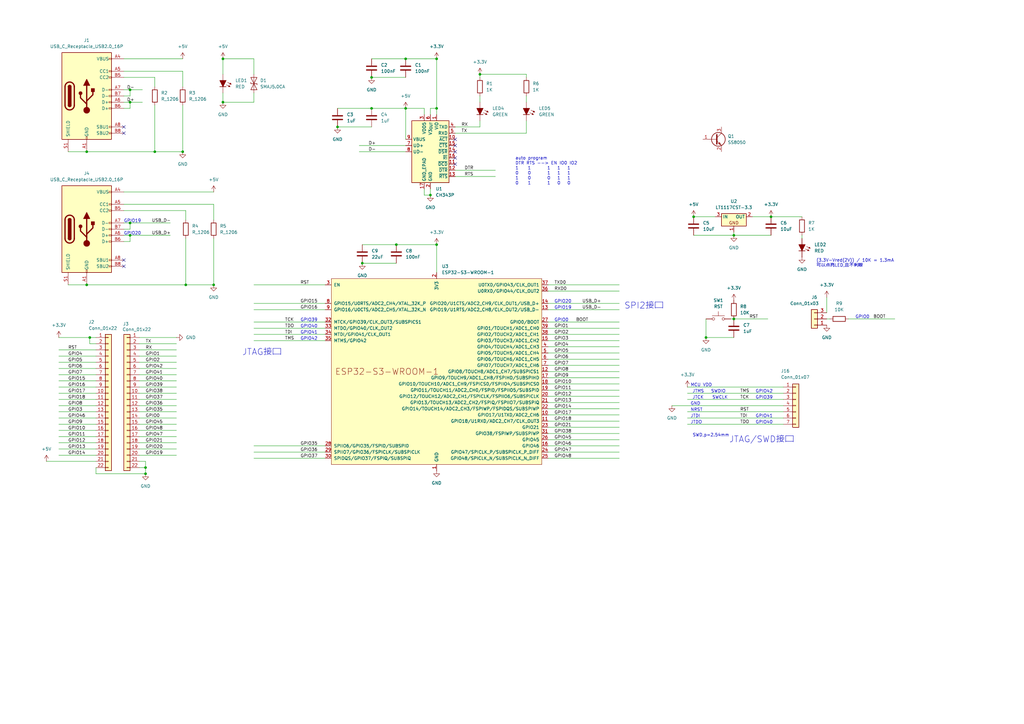
<source format=kicad_sch>
(kicad_sch (version 20250114) (generator "eeschema") (generator_version "9.0")
  (paper "A3")
  (lib_symbols
    (symbol "Connector:USB_C_Receptacle_USB2.0_16P" (pin_names (offset 1.016))
      (property "Reference" "J" (at 0 22.225 0))
      (property "Value" "USB_C_Receptacle_USB2.0_16P" (at 0 19.685 0))
      (symbol "USB_C_Receptacle_USB2.0_16P_1_1"
        (pin passive line (at -7.62 -22.86 90) (length 5.08) (name "SHIELD") (number "S1"))
        (pin passive line (at 0 -22.86 90) (length 5.08) (name "GND") (number "A1"))
        (pin passive line (at 0 -22.86 90) (length 5.08) (hide yes) (name "GND") (number "A12"))
        (pin passive line (at 0 -22.86 90) (length 5.08) (hide yes) (name "GND") (number "B1"))
        (pin passive line (at 0 -22.86 90) (length 5.08) (hide yes) (name "GND") (number "B12"))
        (pin passive line (at 15.24 15.24 180) (length 5.08) (name "VBUS") (number "A4"))
        (pin passive line (at 15.24 15.24 180) (length 5.08) (hide yes) (name "VBUS") (number "A9"))
        (pin passive line (at 15.24 15.24 180) (length 5.08) (hide yes) (name "VBUS") (number "B4"))
        (pin passive line (at 15.24 15.24 180) (length 5.08) (hide yes) (name "VBUS") (number "B9"))
        (pin bidirectional line (at 15.24 10.16 180) (length 5.08) (name "CC1") (number "A5"))
        (pin bidirectional line (at 15.24 7.62 180) (length 5.08) (name "CC2") (number "B5"))
        (pin bidirectional line (at 15.24 2.54 180) (length 5.08) (name "D-") (number "A7"))
        (pin bidirectional line (at 15.24 0 180) (length 5.08) (name "D-") (number "B7"))
        (pin bidirectional line (at 15.24 -2.54 180) (length 5.08) (name "D+") (number "A6"))
        (pin bidirectional line (at 15.24 -5.08 180) (length 5.08) (name "D+") (number "B6"))
        (pin bidirectional line (at 15.24 -12.7 180) (length 5.08) (name "SBU1") (number "A8"))
        (pin bidirectional line (at 15.24 -15.24 180) (length 5.08) (name "SBU2") (number "B8"))
      )
    )
    (symbol "Connector_Generic:Conn_01x03" (pin_names (offset 1.016) (hide yes))
      (property "Reference" "J" (at 0 5.08 0))
      (property "Value" "Conn_01x03" (at 0 -5.08 0))
      (symbol "Conn_01x03_1_1"
        (pin passive line (at -5.08 2.54 0) (length 3.81) (name "Pin_1") (number "1"))
        (pin passive line (at -5.08 0 0) (length 3.81) (name "Pin_2") (number "2"))
        (pin passive line (at -5.08 -2.54 0) (length 3.81) (name "Pin_3") (number "3"))
      )
    )
    (symbol "Connector_Generic:Conn_01x07" (pin_names (offset 1.016) (hide yes))
      (property "Reference" "J" (at 0 10.16 0))
      (property "Value" "Conn_01x07" (at 0 -10.16 0))
      (symbol "Conn_01x07_1_1"
        (pin passive line (at -5.08 7.62 0) (length 3.81) (name "Pin_1") (number "1"))
        (pin passive line (at -5.08 5.08 0) (length 3.81) (name "Pin_2") (number "2"))
        (pin passive line (at -5.08 2.54 0) (length 3.81) (name "Pin_3") (number "3"))
        (pin passive line (at -5.08 0 0) (length 3.81) (name "Pin_4") (number "4"))
        (pin passive line (at -5.08 -2.54 0) (length 3.81) (name "Pin_5") (number "5"))
        (pin passive line (at -5.08 -5.08 0) (length 3.81) (name "Pin_6") (number "6"))
        (pin passive line (at -5.08 -7.62 0) (length 3.81) (name "Pin_7") (number "7"))
      )
    )
    (symbol "Connector_Generic:Conn_01x22" (pin_names (offset 1.016) (hide yes))
      (property "Reference" "J" (at 0 27.94 0))
      (property "Value" "Conn_01x22" (at 0 -30.48 0))
      (symbol "Conn_01x22_1_1"
        (pin passive line (at -5.08 25.4 0) (length 3.81) (name "Pin_1") (number "1"))
        (pin passive line (at -5.08 22.86 0) (length 3.81) (name "Pin_2") (number "2"))
        (pin passive line (at -5.08 20.32 0) (length 3.81) (name "Pin_3") (number "3"))
        (pin passive line (at -5.08 17.78 0) (length 3.81) (name "Pin_4") (number "4"))
        (pin passive line (at -5.08 15.24 0) (length 3.81) (name "Pin_5") (number "5"))
        (pin passive line (at -5.08 12.7 0) (length 3.81) (name "Pin_6") (number "6"))
        (pin passive line (at -5.08 10.16 0) (length 3.81) (name "Pin_7") (number "7"))
        (pin passive line (at -5.08 7.62 0) (length 3.81) (name "Pin_8") (number "8"))
        (pin passive line (at -5.08 5.08 0) (length 3.81) (name "Pin_9") (number "9"))
        (pin passive line (at -5.08 2.54 0) (length 3.81) (name "Pin_10") (number "10"))
        (pin passive line (at -5.08 0 0) (length 3.81) (name "Pin_11") (number "11"))
        (pin passive line (at -5.08 -2.54 0) (length 3.81) (name "Pin_12") (number "12"))
        (pin passive line (at -5.08 -5.08 0) (length 3.81) (name "Pin_13") (number "13"))
        (pin passive line (at -5.08 -7.62 0) (length 3.81) (name "Pin_14") (number "14"))
        (pin passive line (at -5.08 -10.16 0) (length 3.81) (name "Pin_15") (number "15"))
        (pin passive line (at -5.08 -12.7 0) (length 3.81) (name "Pin_16") (number "16"))
        (pin passive line (at -5.08 -15.24 0) (length 3.81) (name "Pin_17") (number "17"))
        (pin passive line (at -5.08 -17.78 0) (length 3.81) (name "Pin_18") (number "18"))
        (pin passive line (at -5.08 -20.32 0) (length 3.81) (name "Pin_19") (number "19"))
        (pin passive line (at -5.08 -22.86 0) (length 3.81) (name "Pin_20") (number "20"))
        (pin passive line (at -5.08 -25.4 0) (length 3.81) (name "Pin_21") (number "21"))
        (pin passive line (at -5.08 -27.94 0) (length 3.81) (name "Pin_22") (number "22"))
      )
    )
    (symbol "Diode:SMAJ5.0CA" (pin_numbers (hide yes)) (pin_names (offset 1.016) (hide yes))
      (property "Reference" "D" (at 0 2.54 0))
      (property "Value" "SMAJ5.0CA" (at 0 -2.54 0))
      (symbol "SMAJ5.0CA_1_1"
        (pin passive line (at -3.81 0 0) (length 2.54) (name "A1") (number "1"))
        (pin passive line (at 3.81 0 180) (length 2.54) (name "A2") (number "2"))
      )
    )
    (symbol "Interface_USB:CH343P"
      (property "Reference" "U" (at -8.89 13.97 0))
      (property "Value" "CH343P" (at 7.62 13.97 0))
      (symbol "CH343P_1_0"
        (pin power_in line (at -2.54 -15.24 90) (length 2.54) (name "GND_EPAD") (number "17"))
        (pin power_in line (at 0 -15.24 90) (length 2.54) (name "GND") (number "2"))
      )
      (symbol "CH343P_1_1"
        (pin input line (at -10.16 5.08 0) (length 2.54) (name "VBUS") (number "9"))
        (pin bidirectional line (at -10.16 2.54 0) (length 2.54) (name "UD+") (number "7"))
        (pin bidirectional line (at -10.16 0 0) (length 2.54) (name "UD-") (number "8"))
        (pin power_in line (at -2.54 15.24 270) (length 2.54) (name "VDD5") (number "3"))
        (pin power_out line (at 0 15.24 270) (length 2.54) (name "V3_{OUT}") (number "6"))
        (pin power_in line (at 2.54 15.24 270) (length 2.54) (name "VIO") (number "1"))
        (pin output line (at 10.16 10.16 180) (length 2.54) (name "TXD") (number "4"))
        (pin input line (at 10.16 7.62 180) (length 2.54) (name "RXD") (number "5"))
        (pin output line (at 10.16 5.08 180) (length 2.54) (name "~{ACT}") (number "10"))
        (pin input line (at 10.16 2.54 180) (length 2.54) (name "~{CTS}") (number "15"))
        (pin input line (at 10.16 0 180) (length 2.54) (name "~{DSR}") (number "14"))
        (pin input line (at 10.16 -2.54 180) (length 2.54) (name "~{RI}") (number "16"))
        (pin input line (at 10.16 -5.08 180) (length 2.54) (name "~{DCD}") (number "11"))
        (pin output line (at 10.16 -7.62 180) (length 2.54) (name "~{DTR}") (number "12"))
        (pin output line (at 10.16 -10.16 180) (length 2.54) (name "~{RTS}") (number "13"))
      )
    )
    (symbol "PCM_Capacitor_AKL:C_1206" (pin_numbers (hide yes)) (pin_names (offset 0.254))
      (property "Reference" "C" (at 0.635 2.54 0))
      (property "Value" "C_1206" (at 0.635 -2.54 0))
      (symbol "C_1206_1_1"
        (pin passive line (at 0 3.81 270) (length 2.794) (name "~") (number "1"))
        (pin passive line (at 0 -3.81 90) (length 2.794) (name "~") (number "2"))
      )
      (symbol "C_1206_1_2"
        (pin passive line (at -2.54 -2.54 90) (length 0) (name "~") (number "2"))
        (pin passive line (at 2.54 2.54 270) (length 0) (name "~") (number "1"))
      )
    )
    (symbol "PCM_Espressif:ESP32-S3-WROOM-1" (pin_names (offset 1.016))
      (property "Reference" "U" (at -43.18 43.18 0))
      (property "Value" "ESP32-S3-WROOM-1" (at -43.18 40.64 0))
      (symbol "ESP32-S3-WROOM-1_0_0"
        (text "ESP32-S3-WROOM-1" (at -20.32 0 0) (effects (font (size 2.54 2.54))))
        (pin input line (at -45.72 35.56 0) (length 2.54) (name "EN") (number "3"))
        (pin bidirectional line (at -45.72 27.94 0) (length 2.54) (name "GPIO15/U0RTS/ADC2_CH4/XTAL_32K_P") (number "8"))
        (pin bidirectional line (at -45.72 25.4 0) (length 2.54) (name "GPIO16/U0CTS/ADC2_CH5/XTAL_32K_N") (number "9"))
        (pin bidirectional line (at -45.72 20.32 0) (length 2.54) (name "MTCK/GPIO39/CLK_OUT3/SUBSPICS1") (number "32"))
        (pin bidirectional line (at -45.72 17.78 0) (length 2.54) (name "MTDO/GPIO40/CLK_OUT2") (number "33"))
        (pin bidirectional line (at -45.72 15.24 0) (length 2.54) (name "MTDI/GPIO41/CLK_OUT1") (number "34"))
        (pin bidirectional line (at -45.72 12.7 0) (length 2.54) (name "MTMS/GPIO42") (number "35"))
        (pin bidirectional line (at -45.72 -30.48 0) (length 2.54) (name "SPIIO6/GPIO35/FSPID/SUBSPID") (number "28"))
        (pin bidirectional line (at -45.72 -33.02 0) (length 2.54) (name "SPIIO7/GPIO36/FSPICLK/SUBSPICLK") (number "29"))
        (pin bidirectional line (at -45.72 -35.56 0) (length 2.54) (name "SPIDQS/GPIO37/FSPIQ/SUBSPIQ") (number "30"))
        (pin power_in line (at 0 40.64 270) (length 2.54) (name "3V3") (number "2"))
        (pin power_in line (at 0 -40.64 90) (length 2.54) (name "GND") (number "1"))
        (pin passive line (at 0 -40.64 90) (length 2.54) (hide yes) (name "GND") (number "40"))
        (pin passive line (at 0 -40.64 90) (length 2.54) (hide yes) (name "GND") (number "41"))
        (pin bidirectional line (at 45.72 35.56 180) (length 2.54) (name "U0TXD/GPIO43/CLK_OUT1") (number "37"))
        (pin bidirectional line (at 45.72 33.02 180) (length 2.54) (name "U0RXD/GPIO44/CLK_OUT2") (number "36"))
        (pin bidirectional line (at 45.72 27.94 180) (length 2.54) (name "GPIO20/U1CTS/ADC2_CH9/CLK_OUT1/USB_D+") (number "14"))
        (pin bidirectional line (at 45.72 25.4 180) (length 2.54) (name "GPIO19/U1RTS/ADC2_CH8/CLK_OUT2/USB_D-") (number "13"))
        (pin bidirectional line (at 45.72 20.32 180) (length 2.54) (name "GPIO0/BOOT") (number "27"))
        (pin bidirectional line (at 45.72 17.78 180) (length 2.54) (name "GPIO1/TOUCH1/ADC1_CH0") (number "39"))
        (pin bidirectional line (at 45.72 15.24 180) (length 2.54) (name "GPIO2/TOUCH2/ADC1_CH1") (number "38"))
        (pin bidirectional line (at 45.72 12.7 180) (length 2.54) (name "GPIO3/TOUCH3/ADC1_CH2") (number "15"))
        (pin bidirectional line (at 45.72 10.16 180) (length 2.54) (name "GPIO4/TOUCH4/ADC1_CH3") (number "4"))
        (pin bidirectional line (at 45.72 7.62 180) (length 2.54) (name "GPIO5/TOUCH5/ADC1_CH4") (number "5"))
        (pin bidirectional line (at 45.72 5.08 180) (length 2.54) (name "GPIO6/TOUCH6/ADC1_CH5") (number "6"))
        (pin bidirectional line (at 45.72 2.54 180) (length 2.54) (name "GPIO7/TOUCH7/ADC1_CH6") (number "7"))
        (pin bidirectional line (at 45.72 0 180) (length 2.54) (name "GPIO8/TOUCH8/ADC1_CH7/SUBSPICS1") (number "12"))
        (pin bidirectional line (at 45.72 -2.54 180) (length 2.54) (name "GPIO9/TOUCH9/ADC1_CH8/FSPIHD/SUBSPIHD") (number "17"))
        (pin bidirectional line (at 45.72 -5.08 180) (length 2.54) (name "GPIO10/TOUCH10/ADC1_CH9/FSPICS0/FSPIIO4/SUBSPICS0") (number "18"))
        (pin bidirectional line (at 45.72 -7.62 180) (length 2.54) (name "GPIO11/TOUCH11/ADC2_CH0/FSPID/FSPIIO5/SUBSPID") (number "19"))
        (pin bidirectional line (at 45.72 -10.16 180) (length 2.54) (name "GPIO12/TOUCH12/ADC2_CH1/FSPICLK/FSPIIO6/SUBSPICLK") (number "20"))
        (pin bidirectional line (at 45.72 -12.7 180) (length 2.54) (name "GPIO13/TOUCH13/ADC2_CH2/FSPIQ/FSPIIO7/SUBSPIQ") (number "21"))
        (pin bidirectional line (at 45.72 -15.24 180) (length 2.54) (name "GPIO14/TOUCH14/ADC2_CH3/FSPIWP/FSPIDQS/SUBSPIWP") (number "22"))
        (pin bidirectional line (at 45.72 -17.78 180) (length 2.54) (name "GPIO17/U1TXD/ADC2_CH6") (number "10"))
        (pin bidirectional line (at 45.72 -20.32 180) (length 2.54) (name "GPIO18/U1RXD/ADC2_CH7/CLK_OUT3") (number "11"))
        (pin bidirectional line (at 45.72 -22.86 180) (length 2.54) (name "GPIO21") (number "23"))
        (pin bidirectional line (at 45.72 -25.4 180) (length 2.54) (name "GPIO38/FSPIWP/SUBSPIWP") (number "31"))
        (pin bidirectional line (at 45.72 -27.94 180) (length 2.54) (name "GPIO45") (number "26"))
        (pin bidirectional line (at 45.72 -30.48 180) (length 2.54) (name "GPIO46") (number "16"))
        (pin bidirectional line (at 45.72 -33.02 180) (length 2.54) (name "GPIO47/SPICLK_P/SUBSPICLK_P_DIFF") (number "24"))
        (pin bidirectional line (at 45.72 -35.56 180) (length 2.54) (name "GPIO48/SPICLK_N/SUBSPICLK_N_DIFF") (number "25"))
      )
    )
    (symbol "PCM_LED_AKL:LED_0603" (pin_numbers (hide yes)) (pin_names (offset 1.016) (hide yes))
      (property "Reference" "LED" (at 0 7.62 0))
      (property "Value" "LED_0603" (at 0 5.08 0))
      (symbol "LED_0603_1_1"
        (pin passive line (at -3.81 0 0) (length 2.54) (name "A") (number "2"))
        (pin passive line (at 3.81 0 180) (length 2.54) (name "K") (number "1"))
      )
      (symbol "LED_0603_1_2"
        (pin passive line (at -2.54 -2.54 0) (length 0) (name "A") (number "2"))
        (pin passive line (at 2.54 2.54 180) (length 0) (name "K") (number "1"))
      )
    )
    (symbol "PCM_LED_AKL:LED_1206" (pin_numbers (hide yes)) (pin_names (offset 1.016) (hide yes))
      (property "Reference" "LED" (at 0 7.62 0))
      (property "Value" "LED_1206" (at 0 5.08 0))
      (symbol "LED_1206_1_1"
        (pin passive line (at -3.81 0 0) (length 2.54) (name "A") (number "2"))
        (pin passive line (at 3.81 0 180) (length 2.54) (name "K") (number "1"))
      )
      (symbol "LED_1206_1_2"
        (pin passive line (at -2.54 -2.54 0) (length 0) (name "A") (number "2"))
        (pin passive line (at 2.54 2.54 180) (length 0) (name "K") (number "1"))
      )
    )
    (symbol "PCM_Resistor_AKL:R_1206" (pin_numbers (hide yes)) (pin_names (offset 0))
      (property "Reference" "R" (at 2.54 1.27 0))
      (property "Value" "R_1206" (at 2.54 -1.27 0))
      (symbol "R_1206_1_1"
        (pin passive line (at 0 3.81 270) (length 1.27) (name "~") (number "1"))
        (pin passive line (at 0 -3.81 90) (length 1.27) (name "~") (number "2"))
      )
      (symbol "R_1206_1_2"
        (pin passive line (at -2.54 -2.54 0) (length 0) (name "") (number "2"))
        (pin passive line (at 2.54 2.54 180) (length 0) (name "") (number "1"))
      )
    )
    (symbol "PCM_Voltage_Regulator_AKL:LT1117CST-3.3"
      (property "Reference" "U" (at 0 6.35 0))
      (property "Value" "LT1117CST-3.3" (at 0 3.81 0))
      (symbol "LT1117CST-3.3_0_0"
        (text "GND" (at 0 -2.54 0) (effects (font (size 1.27 1.27))))
      )
      (symbol "LT1117CST-3.3_1_1"
        (pin power_in line (at -7.62 0 0) (length 2.54) (name "IN") (number "3"))
        (pin power_in line (at 0 -6.35 90) (length 2.54) (name "~") (number "1"))
        (pin power_out line (at 7.62 0 180) (length 2.54) (name "OUT") (number "2"))
      )
    )
    (symbol "Switch:SW_Push" (pin_numbers (hide yes)) (pin_names (offset 1.016) (hide yes))
      (property "Reference" "SW" (at 1.27 2.54 0))
      (property "Value" "SW_Push" (at 0 -1.524 0))
      (symbol "SW_Push_0_1"
        (pin passive line (at -5.08 0 0) (length 2.54) (name "1") (number "1"))
        (pin passive line (at 5.08 0 180) (length 2.54) (name "2") (number "2"))
      )
    )
    (symbol "Transistor_BJT:SS8050" (pin_names (offset 0) (hide yes))
      (property "Reference" "Q" (at 5.08 1.905 0))
      (property "Value" "SS8050" (at 5.08 0 0))
      (symbol "SS8050_1_1"
        (pin input line (at -5.08 0 0) (length 2.54) (name "B") (number "1"))
        (pin passive line (at 2.54 5.08 270) (length 2.54) (name "C") (number "3"))
        (pin passive line (at 2.54 -5.08 90) (length 2.54) (name "E") (number "2"))
      )
    )
    (symbol "power:+3.3V" (power) (pin_numbers (hide yes)) (pin_names (offset 0) (hide yes))
      (property "Value" "+3.3V" (at 0 3.556 0))
      (symbol "+3.3V_1_1"
        (pin power_in line (at 0 0 90) (length 0) (name "~") (number "1"))
      )
    )
    (symbol "power:+5V" (power) (pin_numbers (hide yes)) (pin_names (offset 0) (hide yes))
      (property "Value" "+5V" (at 0 3.556 0))
      (symbol "+5V_1_1"
        (pin power_in line (at 0 0 90) (length 0) (name "~") (number "1"))
      )
    )
    (symbol "power:GND" (power) (pin_numbers (hide yes)) (pin_names (offset 0) (hide yes))
      (property "Value" "GND" (at 0 -3.81 0))
      (symbol "GND_1_1"
        (pin power_in line (at 0 0 270) (length 0) (name "~") (number "1"))
      )
    )
  )
  (text "GPIO42" (at 309.88 161.29 0) (effects (font (size 1.27 1.27)) (justify left bottom)))
  (text "SWD,p=2.54mm" (at 291.592 178.562 0) (effects (font (size 1.27 1.27))))
  (text "GPIO41" (at 123.19 137.16 0) (effects (font (size 1.27 1.27)) (justify left bottom)))
  (text "GPIO20" (at 50.8 96.52 0) (effects (font (size 1.27 1.27)) (justify left bottom)))
  (text "JTMS" (at 283.972 161.29 0) (effects (font (size 1.27 1.27)) (justify left bottom)))
  (text "JTDO" (at 283.21 173.99 0) (effects (font (size 1.27 1.27)) (justify left bottom)))
  (text "SWCLK" (at 292.1 163.83 0) (effects (font (size 1.27 1.27)) (justify left bottom)))
  (text "MCU VDD" (at 283.21 158.75 0) (effects (font (size 1.27 1.27)) (justify left bottom)))
  (text "JTDI" (at 283.21 171.45 0) (effects (font (size 1.27 1.27)) (justify left bottom)))
  (text "GND" (at 283.21 166.37 0) (effects (font (size 1.27 1.27)) (justify left bottom)))
  (text "GPIO41" (at 309.88 171.45 0) (effects (font (size 1.27 1.27)) (justify left bottom)))
  (text "NRST" (at 283.21 168.91 0) (effects (font (size 1.27 1.27)) (justify left bottom)))
  (text "JTAG/SWD接口" (at 312.42 180.34 0) (effects (font (size 2.54 2.54))))
  (text "GPIO40" (at 123.19 134.62 0) (effects (font (size 1.27 1.27)) (justify left bottom)))
  (text "GPIO39" (at 309.88 163.83 0) (effects (font (size 1.27 1.27)) (justify left bottom)))
  (text "SPI2接口" (at 264.16 125.476 0) (effects (font (size 2.54 2.54))))
  (text "GPIO0" (at 350.774 130.81 0) (effects (font (size 1.27 1.27)) (justify left bottom)))
  (text "GPIO19" (at 50.8 91.44 0) (effects (font (size 1.27 1.27)) (justify left bottom)))
  (text "GPIO42" (at 123.19 139.7 0) (effects (font (size 1.27 1.27)) (justify left bottom)))
  (text "JTCK" (at 283.972 163.83 0) (effects (font (size 1.27 1.27)) (justify left bottom)))
  (text "auto program\nDTR RTS --> EN IO0 IO2\n1    1       1   1   1\n0    0       1   1   1\n1    0       0   1   1\n0    1       1   0   0" (at 211.328 70.104 0) (effects (font (size 1.27 1.27)) (justify left)))
  (text "GPIO40" (at 309.88 173.99 0) (effects (font (size 1.27 1.27)) (justify left bottom)))
  (text "SWDIO" (at 291.592 161.29 0) (effects (font (size 1.27 1.27)) (justify left bottom)))
  (text "(3.3V-Vred(2V)) / 10K = 1.3mA\n可以点亮LED,且不刺眼" (at 334.772 107.95 0) (effects (font (size 1.27 1.27)) (justify left)))
  (text "GPIO0" (at 227.33 132.08 0) (effects (font (size 1.27 1.27)) (justify left bottom)))
  (text "JTAG接口" (at 107.442 144.526 0) (effects (font (size 2.54 2.54))))
  (text "GPIO39" (at 123.19 132.08 0) (effects (font (size 1.27 1.27)) (justify left bottom)))
  (text "GPIO19" (at 227.33 127 0) (effects (font (size 1.27 1.27)) (justify left bottom)))
  (text "GPIO20" (at 227.33 124.46 0) (effects (font (size 1.27 1.27)) (justify left bottom)))
  (junction (at 63.5 62.23))
  (junction (at 59.69 194.31))
  (junction (at 176.53 80.01))
  (junction (at 166.37 44.45))
  (junction (at 179.07 44.45))
  (junction (at 53.34 41.91))
  (junction (at 53.34 96.52))
  (junction (at 196.85 30.48))
  (junction (at 152.4 31.75))
  (junction (at 179.07 24.13))
  (junction (at 91.44 24.13))
  (junction (at 87.63 116.84))
  (junction (at 162.56 100.33))
  (junction (at 300.99 96.52))
  (junction (at 179.07 100.33))
  (junction (at 35.56 116.84))
  (junction (at 91.44 41.91))
  (junction (at 316.23 88.9))
  (junction (at 152.4 44.45))
  (junction (at 74.93 62.23))
  (junction (at 166.37 24.13))
  (junction (at 59.69 191.77))
  (junction (at 300.99 130.81))
  (junction (at 284.48 88.9))
  (junction (at 36.83 138.43))
  (junction (at 138.43 52.07))
  (junction (at 76.2 116.84))
  (junction (at 35.56 62.23))
  (junction (at 53.34 91.44))
  (junction (at 148.59 107.95))
  (junction (at 289.56 138.43))
  (junction (at 53.34 36.83))
  (no_connect (at 186.69 64.77))
  (no_connect (at 186.69 62.23))
  (no_connect (at 50.8 109.22))
  (no_connect (at 50.8 106.68))
  (no_connect (at 186.69 57.15))
  (no_connect (at 50.8 54.61))
  (no_connect (at 186.69 67.31))
  (no_connect (at 186.69 59.69))
  (no_connect (at 50.8 52.07))
  (wire (pts (xy 104.14 41.91) (xy 91.44 41.91)))
  (wire (pts (xy 57.15 143.51) (xy 72.39 143.51)))
  (wire (pts (xy 39.37 194.31) (xy 59.69 194.31)))
  (wire (pts (xy 63.5 62.23) (xy 35.56 62.23)))
  (wire (pts (xy 53.34 91.44) (xy 69.85 91.44)))
  (wire (pts (xy 224.79 139.7) (xy 254 139.7)))
  (wire (pts (xy 50.8 96.52) (xy 53.34 96.52)))
  (wire (pts (xy 186.69 69.85) (xy 203.2 69.85)))
  (wire (pts (xy 196.85 30.48) (xy 196.85 31.75)))
  (wire (pts (xy 104.14 137.16) (xy 133.35 137.16)))
  (wire (pts (xy 224.79 124.46) (xy 254 124.46)))
  (wire (pts (xy 196.85 39.37) (xy 196.85 41.91)))
  (wire (pts (xy 63.5 43.18) (xy 63.5 62.23)))
  (wire (pts (xy 148.59 100.33) (xy 162.56 100.33)))
  (wire (pts (xy 224.79 147.32) (xy 254 147.32)))
  (wire (pts (xy 224.79 162.56) (xy 254 162.56)))
  (wire (pts (xy 36.83 138.43) (xy 39.37 138.43)))
  (wire (pts (xy 91.44 24.13) (xy 91.44 30.48)))
  (wire (pts (xy 104.14 187.96) (xy 133.35 187.96)))
  (wire (pts (xy 57.15 156.21) (xy 72.39 156.21)))
  (wire (pts (xy 50.8 91.44) (xy 53.34 91.44)))
  (wire (pts (xy 74.93 29.21) (xy 74.93 35.56)))
  (wire (pts (xy 138.43 52.07) (xy 152.4 52.07)))
  (wire (pts (xy 224.79 175.26) (xy 254 175.26)))
  (wire (pts (xy 76.2 116.84) (xy 35.56 116.84)))
  (wire (pts (xy 224.79 127) (xy 254 127)))
  (wire (pts (xy 57.15 184.15) (xy 72.39 184.15)))
  (wire (pts (xy 339.09 130.81) (xy 340.36 130.81)))
  (wire (pts (xy 50.8 44.45) (xy 53.34 44.45)))
  (wire (pts (xy 224.79 180.34) (xy 254 180.34)))
  (wire (pts (xy 53.34 93.98) (xy 53.34 91.44)))
  (wire (pts (xy 289.56 138.43) (xy 300.99 138.43)))
  (wire (pts (xy 299.72 130.81) (xy 300.99 130.81)))
  (wire (pts (xy 50.8 99.06) (xy 53.34 99.06)))
  (wire (pts (xy 186.69 52.07) (xy 196.85 52.07)))
  (wire (pts (xy 284.48 96.52) (xy 300.99 96.52)))
  (wire (pts (xy 24.13 138.43) (xy 36.83 138.43)))
  (wire (pts (xy 24.13 173.99) (xy 39.37 173.99)))
  (wire (pts (xy 281.94 158.75) (xy 321.31 158.75)))
  (wire (pts (xy 24.13 171.45) (xy 39.37 171.45)))
  (wire (pts (xy 196.85 30.48) (xy 215.9 30.48)))
  (wire (pts (xy 24.13 184.15) (xy 39.37 184.15)))
  (wire (pts (xy 166.37 24.13) (xy 179.07 24.13)))
  (wire (pts (xy 50.8 78.74) (xy 87.63 78.74)))
  (wire (pts (xy 281.94 171.45) (xy 321.31 171.45)))
  (wire (pts (xy 179.07 100.33) (xy 179.07 111.76)))
  (wire (pts (xy 19.05 189.23) (xy 39.37 189.23)))
  (wire (pts (xy 57.15 161.29) (xy 72.39 161.29)))
  (wire (pts (xy 224.79 154.94) (xy 254 154.94)))
  (wire (pts (xy 275.59 166.37) (xy 321.31 166.37)))
  (wire (pts (xy 24.13 166.37) (xy 39.37 166.37)))
  (wire (pts (xy 300.99 95.25) (xy 300.99 96.52)))
  (wire (pts (xy 24.13 151.13) (xy 39.37 151.13)))
  (wire (pts (xy 91.44 38.1) (xy 91.44 41.91)))
  (wire (pts (xy 53.34 44.45) (xy 53.34 41.91)))
  (wire (pts (xy 24.13 153.67) (xy 39.37 153.67)))
  (wire (pts (xy 24.13 181.61) (xy 39.37 181.61)))
  (wire (pts (xy 57.15 140.97) (xy 72.39 140.97)))
  (wire (pts (xy 224.79 137.16) (xy 254 137.16)))
  (wire (pts (xy 224.79 182.88) (xy 254 182.88)))
  (wire (pts (xy 24.13 148.59) (xy 39.37 148.59)))
  (wire (pts (xy 39.37 140.97) (xy 36.83 140.97)))
  (wire (pts (xy 179.07 24.13) (xy 179.07 44.45)))
  (wire (pts (xy 176.53 77.47) (xy 176.53 80.01)))
  (wire (pts (xy 224.79 177.8) (xy 254 177.8)))
  (wire (pts (xy 53.34 36.83) (xy 58.42 36.83)))
  (wire (pts (xy 24.13 161.29) (xy 39.37 161.29)))
  (wire (pts (xy 147.32 59.69) (xy 166.37 59.69)))
  (wire (pts (xy 173.99 77.47) (xy 173.99 80.01)))
  (wire (pts (xy 53.34 39.37) (xy 53.34 36.83)))
  (wire (pts (xy 166.37 44.45) (xy 173.99 44.45)))
  (wire (pts (xy 53.34 96.52) (xy 69.85 96.52)))
  (wire (pts (xy 104.14 139.7) (xy 133.35 139.7)))
  (wire (pts (xy 59.69 189.23) (xy 59.69 191.77)))
  (wire (pts (xy 224.79 187.96) (xy 254 187.96)))
  (wire (pts (xy 224.79 167.64) (xy 254 167.64)))
  (wire (pts (xy 53.34 99.06) (xy 53.34 96.52)))
  (wire (pts (xy 300.99 130.81) (xy 314.96 130.81)))
  (wire (pts (xy 50.8 31.75) (xy 63.5 31.75)))
  (wire (pts (xy 74.93 43.18) (xy 74.93 62.23)))
  (wire (pts (xy 104.14 24.13) (xy 104.14 30.48)))
  (wire (pts (xy 166.37 44.45) (xy 166.37 57.15)))
  (wire (pts (xy 24.13 146.05) (xy 39.37 146.05)))
  (wire (pts (xy 104.14 185.42) (xy 133.35 185.42)))
  (wire (pts (xy 24.13 176.53) (xy 39.37 176.53)))
  (wire (pts (xy 224.79 119.38) (xy 254 119.38)))
  (wire (pts (xy 50.8 24.13) (xy 74.93 24.13)))
  (wire (pts (xy 76.2 86.36) (xy 76.2 90.17)))
  (wire (pts (xy 104.14 134.62) (xy 133.35 134.62)))
  (wire (pts (xy 289.56 130.81) (xy 289.56 138.43)))
  (wire (pts (xy 57.15 148.59) (xy 72.39 148.59)))
  (wire (pts (xy 224.79 134.62) (xy 254 134.62)))
  (wire (pts (xy 50.8 41.91) (xy 53.34 41.91)))
  (wire (pts (xy 24.13 163.83) (xy 39.37 163.83)))
  (wire (pts (xy 53.34 41.91) (xy 58.42 41.91)))
  (wire (pts (xy 224.79 165.1) (xy 254 165.1)))
  (wire (pts (xy 281.94 168.91) (xy 321.31 168.91)))
  (wire (pts (xy 308.61 88.9) (xy 316.23 88.9)))
  (wire (pts (xy 27.94 116.84) (xy 35.56 116.84)))
  (wire (pts (xy 57.15 163.83) (xy 72.39 163.83)))
  (wire (pts (xy 36.83 138.43) (xy 36.83 140.97)))
  (wire (pts (xy 50.8 83.82) (xy 87.63 83.82)))
  (wire (pts (xy 104.14 124.46) (xy 133.35 124.46)))
  (wire (pts (xy 87.63 97.79) (xy 87.63 116.84)))
  (wire (pts (xy 57.15 146.05) (xy 72.39 146.05)))
  (wire (pts (xy 224.79 170.18) (xy 254 170.18)))
  (wire (pts (xy 57.15 158.75) (xy 72.39 158.75)))
  (wire (pts (xy 57.15 191.77) (xy 59.69 191.77)))
  (wire (pts (xy 224.79 116.84) (xy 254 116.84)))
  (wire (pts (xy 328.93 96.52) (xy 328.93 97.79)))
  (wire (pts (xy 138.43 44.45) (xy 152.4 44.45)))
  (wire (pts (xy 152.4 44.45) (xy 166.37 44.45)))
  (wire (pts (xy 281.94 163.83) (xy 321.31 163.83)))
  (wire (pts (xy 57.15 168.91) (xy 72.39 168.91)))
  (wire (pts (xy 57.15 186.69) (xy 72.39 186.69)))
  (wire (pts (xy 87.63 116.84) (xy 76.2 116.84)))
  (wire (pts (xy 50.8 86.36) (xy 76.2 86.36)))
  (wire (pts (xy 74.93 62.23) (xy 63.5 62.23)))
  (wire (pts (xy 215.9 30.48) (xy 215.9 31.75)))
  (wire (pts (xy 57.15 153.67) (xy 72.39 153.67)))
  (wire (pts (xy 87.63 83.82) (xy 87.63 90.17)))
  (wire (pts (xy 196.85 49.53) (xy 196.85 52.07)))
  (wire (pts (xy 24.13 186.69) (xy 39.37 186.69)))
  (wire (pts (xy 224.79 157.48) (xy 254 157.48)))
  (wire (pts (xy 152.4 24.13) (xy 166.37 24.13)))
  (wire (pts (xy 104.14 132.08) (xy 133.35 132.08)))
  (wire (pts (xy 300.99 96.52) (xy 316.23 96.52)))
  (wire (pts (xy 50.8 29.21) (xy 74.93 29.21)))
  (wire (pts (xy 224.79 142.24) (xy 254 142.24)))
  (wire (pts (xy 27.94 62.23) (xy 35.56 62.23)))
  (wire (pts (xy 50.8 36.83) (xy 53.34 36.83)))
  (wire (pts (xy 57.15 189.23) (xy 59.69 189.23)))
  (wire (pts (xy 57.15 173.99) (xy 72.39 173.99)))
  (wire (pts (xy 104.14 127) (xy 133.35 127)))
  (wire (pts (xy 224.79 160.02) (xy 254 160.02)))
  (wire (pts (xy 57.15 171.45) (xy 72.39 171.45)))
  (wire (pts (xy 347.98 130.81) (xy 367.03 130.81)))
  (wire (pts (xy 24.13 156.21) (xy 39.37 156.21)))
  (wire (pts (xy 39.37 191.77) (xy 39.37 194.31)))
  (wire (pts (xy 57.15 166.37) (xy 72.39 166.37)))
  (wire (pts (xy 57.15 179.07) (xy 72.39 179.07)))
  (wire (pts (xy 176.53 46.99) (xy 176.53 44.45)))
  (wire (pts (xy 57.15 181.61) (xy 72.39 181.61)))
  (wire (pts (xy 24.13 143.51) (xy 39.37 143.51)))
  (wire (pts (xy 186.69 54.61) (xy 215.9 54.61)))
  (wire (pts (xy 173.99 44.45) (xy 173.99 46.99)))
  (wire (pts (xy 281.94 173.99) (xy 321.31 173.99)))
  (wire (pts (xy 24.13 179.07) (xy 39.37 179.07)))
  (wire (pts (xy 284.48 88.9) (xy 293.37 88.9)))
  (wire (pts (xy 186.69 72.39) (xy 203.2 72.39)))
  (wire (pts (xy 24.13 158.75) (xy 39.37 158.75)))
  (wire (pts (xy 152.4 31.75) (xy 166.37 31.75)))
  (wire (pts (xy 57.15 138.43) (xy 72.39 138.43)))
  (wire (pts (xy 162.56 100.33) (xy 179.07 100.33)))
  (wire (pts (xy 224.79 132.08) (xy 254 132.08)))
  (wire (pts (xy 281.94 161.29) (xy 321.31 161.29)))
  (wire (pts (xy 24.13 168.91) (xy 39.37 168.91)))
  (wire (pts (xy 57.15 151.13) (xy 72.39 151.13)))
  (wire (pts (xy 224.79 185.42) (xy 254 185.42)))
  (wire (pts (xy 63.5 31.75) (xy 63.5 35.56)))
  (wire (pts (xy 316.23 88.9) (xy 328.93 88.9)))
  (wire (pts (xy 224.79 149.86) (xy 254 149.86)))
  (wire (pts (xy 148.59 107.95) (xy 162.56 107.95)))
  (wire (pts (xy 339.09 121.92) (xy 339.09 128.27)))
  (wire (pts (xy 57.15 176.53) (xy 72.39 176.53)))
  (wire (pts (xy 224.79 152.4) (xy 254 152.4)))
  (wire (pts (xy 50.8 39.37) (xy 53.34 39.37)))
  (wire (pts (xy 224.79 144.78) (xy 254 144.78)))
  (wire (pts (xy 91.44 24.13) (xy 104.14 24.13)))
  (wire (pts (xy 104.14 116.84) (xy 133.35 116.84)))
  (wire (pts (xy 215.9 49.53) (xy 215.9 54.61)))
  (wire (pts (xy 76.2 97.79) (xy 76.2 116.84)))
  (wire (pts (xy 215.9 39.37) (xy 215.9 41.91)))
  (wire (pts (xy 147.32 62.23) (xy 166.37 62.23)))
  (wire (pts (xy 104.14 38.1) (xy 104.14 41.91)))
  (wire (pts (xy 59.69 191.77) (xy 59.69 194.31)))
  (wire (pts (xy 176.53 44.45) (xy 179.07 44.45)))
  (wire (pts (xy 173.99 80.01) (xy 176.53 80.01)))
  (wire (pts (xy 104.14 182.88) (xy 133.35 182.88)))
  (wire (pts (xy 179.07 44.45) (xy 179.07 46.99)))
  (wire (pts (xy 50.8 93.98) (xy 53.34 93.98)))
  (wire (pts (xy 224.79 172.72) (xy 254 172.72)))
  (label "GPIO37" (at 123.19 187.96 0))
  (label "GPIO14" (at 227.33 167.64 0))
  (label "GPIO19" (at 59.69 186.69 0))
  (label "TDO" (at 116.84 134.62 0))
  (label "GPIO47" (at 227.33 185.42 0))
  (label "GPIO46" (at 27.94 171.45 0))
  (label "GPIO15" (at 123.19 124.46 0))
  (label "GPIO36" (at 123.19 185.42 0))
  (label "GPIO17" (at 227.33 170.18 0))
  (label "D+" (at 52.07 41.91 0))
  (label "TMS" (at 116.84 139.7 0))
  (label "D+" (at 151.13 59.69 0))
  (label "GPIO7" (at 227.33 149.86 0))
  (label "GPIO36" (at 59.69 166.37 0))
  (label "GPIO14" (at 27.94 186.69 0))
  (label "GPIO9" (at 27.94 173.99 0))
  (label "GPIO7" (at 27.94 153.67 0))
  (label "GPIO1" (at 59.69 146.05 0))
  (label "GPIO2" (at 59.69 148.59 0))
  (label "GPIO12" (at 227.33 162.56 0))
  (label "GPIO8" (at 227.33 152.4 0))
  (label "GPIO13" (at 227.33 165.1 0))
  (label "GPIO5" (at 227.33 144.78 0))
  (label "GPIO45" (at 59.69 173.99 0))
  (label "GPIO6" (at 27.94 151.13 0))
  (label "GPIO3" (at 27.94 168.91 0))
  (label "BOOT" (at 236.22 132.08 0))
  (label "USB_D-" (at 238.76 127 0))
  (label "RXD0" (at 227.33 119.38 0))
  (label "GPIO48" (at 227.33 187.96 0))
  (label "GPIO17" (at 27.94 161.29 0))
  (label "GPIO48" (at 59.69 176.53 0))
  (label "GPIO1" (at 227.33 134.62 0))
  (label "GPIO15" (at 27.94 156.21 0))
  (label "TCK" (at 116.84 132.08 0))
  (label "TDI" (at 116.84 137.16 0))
  (label "GPIO0" (at 59.69 171.45 0))
  (label "GPIO47" (at 59.69 179.07 0))
  (label "GPIO9" (at 227.33 154.94 0))
  (label "USB_D-" (at 62.23 91.44 0))
  (label "GPIO45" (at 227.33 180.34 0))
  (label "GPIO41" (at 59.69 153.67 0))
  (label "D-" (at 52.07 36.83 0))
  (label "GPIO13" (at 27.94 184.15 0))
  (label "RST" (at 27.94 143.51 0))
  (label "GPIO11" (at 27.94 179.07 0))
  (label "BOOT" (at 358.14 130.81 0))
  (label "TXD0" (at 227.33 116.84 0))
  (label "GPIO18" (at 227.33 172.72 0))
  (label "GPIO8" (at 27.94 166.37 0))
  (label "TMS" (at 303.53 161.29 0))
  (label "GPIO21" (at 227.33 175.26 0))
  (label "GPIO6" (at 227.33 147.32 0))
  (label "TCK" (at 303.53 163.83 0))
  (label "D-" (at 151.13 62.23 0))
  (label "TX" (at 189.23 54.61 0))
  (label "RX" (at 189.23 52.07 0))
  (label "GPIO38" (at 59.69 161.29 0))
  (label "GPIO5" (at 27.94 148.59 0))
  (label "GPIO2" (at 227.33 137.16 0))
  (label "GPIO20" (at 59.69 184.15 0))
  (label "GPIO4" (at 27.94 146.05 0))
  (label "GPIO16" (at 27.94 158.75 0))
  (label "GPIO16" (at 123.19 127 0))
  (label "DTR" (at 190.5 69.85 0))
  (label "GPIO4" (at 227.33 142.24 0))
  (label "GPIO35" (at 59.69 168.91 0))
  (label "RX" (at 59.69 143.51 0))
  (label "USB_D+" (at 238.76 124.46 0))
  (label "RTS" (at 190.5 72.39 0))
  (label "RST" (at 123.19 116.84 0))
  (label "TDI" (at 303.53 171.45 0))
  (label "GPIO11" (at 227.33 160.02 0))
  (label "TDO" (at 303.53 173.99 0))
  (label "GPIO10" (at 227.33 157.48 0))
  (label "GPIO18" (at 27.94 163.83 0))
  (label "GPIO40" (at 59.69 156.21 0))
  (label "GPIO42" (at 59.69 151.13 0))
  (label "GPIO37" (at 59.69 163.83 0))
  (label "GPIO12" (at 27.94 181.61 0))
  (label "GPIO3" (at 227.33 139.7 0))
  (label "USB_D+" (at 62.23 96.52 0))
  (label "GPIO10" (at 27.94 176.53 0))
  (label "TX" (at 59.69 140.97 0))
  (label "GPIO46" (at 227.33 182.88 0))
  (label "GPIO39" (at 59.69 158.75 0))
  (label "RST" (at 307.34 130.81 0))
  (label "GPIO35" (at 123.19 182.88 0))
  (label "GPIO38" (at 227.33 177.8 0))
  (label "RST" (at 303.53 168.91 0))
  (label "GPIO21" (at 59.69 181.61 0))
  (symbol (lib_id "PCM_Resistor_AKL:R_1206") (at 196.85 35.56 0) (unit 1)
    (property "Reference" "R1" (at 199.39 34.2899 0) (effects (justify left)))
    (property "Value" "1K" (at 199.39 36.8299 0) (effects (justify left)))
    (property "Footprint" "PCM_Resistor_SMD_AKL:R_1206_3216Metric" (effects (hide yes)))
    (property "Description" "SMD 1206 Chip Resistor, European Symbol, Alternate KiCad Library" (effects (hide yes)))
  )
  (symbol (lib_id "power:GND") (at 72.39 138.43 90) (unit 1)
    (property "Reference" "#PWR011" (effects (hide yes)))
    (property "Value" "GND" (at 76.2 138.4299 90) (effects (justify right)))
    (property "Description" "Power symbol creates a global label with name \"GND\" , ground" (effects (hide yes)))
  )
  (symbol (lib_id "power:GND") (at 87.63 116.84 0) (unit 1)
    (property "Reference" "#PWR04" (effects (hide yes)))
    (property "Value" "GND" (at 87.63 121.92 0))
    (property "Description" "Power symbol creates a global label with name \"GND\" , ground" (effects (hide yes)))
  )
  (symbol (lib_id "PCM_Capacitor_AKL:C_1206") (at 316.23 92.71 0) (unit 1)
    (property "Reference" "C6" (at 320.04 91.4399 0) (effects (justify left)))
    (property "Value" "10uF" (at 320.04 93.9799 0) (effects (justify left)))
    (property "Footprint" "PCM_Capacitor_SMD_AKL:C_1206_3216Metric" (effects (hide yes)))
    (property "Description" "SMD 1206 MLCC capacitor, Alternate KiCad Library" (effects (hide yes)))
  )
  (symbol (lib_id "power:GND") (at 74.93 62.23 0) (unit 1)
    (property "Reference" "#PWR01" (effects (hide yes)))
    (property "Value" "GND" (at 74.93 67.31 0))
    (property "Description" "Power symbol creates a global label with name \"GND\" , ground" (effects (hide yes)))
  )
  (symbol (lib_id "power:+3.3V") (at 24.13 138.43 0) (unit 1)
    (property "Reference" "#PWR03" (effects (hide yes)))
    (property "Value" "+3.3V" (at 24.13 133.35 0))
    (property "Description" "Power symbol creates a global label with name \"+3.3V\"" (effects (hide yes)))
  )
  (symbol (lib_id "power:+5V") (at 19.05 189.23 0) (unit 1)
    (property "Reference" "#PWR08" (effects (hide yes)))
    (property "Value" "+5V" (at 19.05 184.15 0))
    (property "Description" "Power symbol creates a global label with name \"+5V\"" (effects (hide yes)))
  )
  (symbol (lib_id "PCM_Capacitor_AKL:C_1206") (at 284.48 92.71 0) (unit 1)
    (property "Reference" "C5" (at 288.29 91.4399 0) (effects (justify left)))
    (property "Value" "10uF" (at 288.29 93.9799 0) (effects (justify left)))
    (property "Footprint" "PCM_Capacitor_SMD_AKL:C_1206_3216Metric" (effects (hide yes)))
    (property "Description" "SMD 1206 MLCC capacitor, Alternate KiCad Library" (effects (hide yes)))
  )
  (symbol (lib_id "PCM_Capacitor_AKL:C_1206") (at 148.59 104.14 0) (unit 1)
    (property "Reference" "C9" (at 152.4 102.8699 0) (effects (justify left)))
    (property "Value" "22uF" (at 152.4 105.4099 0) (effects (justify left)))
    (property "Footprint" "PCM_Capacitor_SMD_AKL:C_1206_3216Metric" (effects (hide yes)))
    (property "Description" "SMD 1206 MLCC capacitor, Alternate KiCad Library" (effects (hide yes)))
  )
  (symbol (lib_id "power:+5V") (at 91.44 24.13 0) (unit 1)
    (property "Reference" "#PWR010" (effects (hide yes)))
    (property "Value" "+5V" (at 91.44 19.05 0))
    (property "Description" "Power symbol creates a global label with name \"+5V\"" (effects (hide yes)))
  )
  (symbol (lib_id "PCM_Resistor_AKL:R_1206") (at 215.9 35.56 0) (unit 1)
    (property "Reference" "R6" (at 218.44 34.2899 0) (effects (justify left)))
    (property "Value" "1K" (at 218.44 36.8299 0) (effects (justify left)))
    (property "Footprint" "PCM_Resistor_SMD_AKL:R_1206_3216Metric" (effects (hide yes)))
    (property "Description" "SMD 1206 Chip Resistor, European Symbol, Alternate KiCad Library" (effects (hide yes)))
  )
  (symbol (lib_id "Connector:USB_C_Receptacle_USB2.0_16P") (at 35.56 93.98 0) (unit 1)
    (property "Reference" "J4" (at 35.56 71.12 0))
    (property "Value" "USB_C_Receptacle_USB2.0_16P" (at 35.56 73.66 0))
    (property "Datasheet" "https://www.usb.org/sites/default/files/documents/usb_type-c.zip" (effects (hide yes)))
    (property "Description" "USB 2.0-only 16P Type-C Receptacle connector" (effects (hide yes)))
  )
  (symbol (lib_id "power:GND") (at 152.4 31.75 0) (unit 1)
    (property "Reference" "#PWR019" (effects (hide yes)))
    (property "Value" "GND" (at 152.4 36.83 0))
    (property "Description" "Power symbol creates a global label with name \"GND\" , ground" (effects (hide yes)))
  )
  (symbol (lib_id "Transistor_BJT:SS8050") (at 293.37 57.15 0) (unit 1)
    (property "Reference" "Q1" (at 298.45 55.8799 0) (effects (justify left)))
    (property "Value" "SS8050" (at 298.45 58.4199 0) (effects (justify left)))
    (property "Footprint" "Package_TO_SOT_SMD:SOT-23" (effects (hide yes)))
    (property "Datasheet" "http://www.secosgmbh.com/datasheet/products/SSMPTransistor/SOT-23/SS8050.pdf" (effects (hide yes)))
    (property "Description" "General Purpose NPN Transistor, 1.5A Ic, 25V Vce, SOT-23" (effects (hide yes)))
  )
  (symbol (lib_id "power:GND") (at 275.59 166.37 0) (unit 1)
    (property "Reference" "#PWR028" (effects (hide yes)))
    (property "Value" "GND" (at 275.59 171.45 0))
    (property "Description" "Power symbol creates a global label with name \"GND\" , ground" (effects (hide yes)))
  )
  (symbol (lib_id "PCM_Resistor_AKL:R_1206") (at 344.17 130.81 90) (unit 1)
    (property "Reference" "R9" (at 344.17 124.46 90))
    (property "Value" "10K" (at 344.17 127 90))
    (property "Footprint" "PCM_Resistor_SMD_AKL:R_1206_3216Metric" (effects (hide yes)))
    (property "Description" "SMD 1206 Chip Resistor, European Symbol, Alternate KiCad Library" (effects (hide yes)))
  )
  (symbol (lib_id "Connector_Generic:Conn_01x07") (at 326.39 166.37 0) (unit 1)
    (property "Reference" "J16" (at 320.294 152.146 0) (effects (justify left)))
    (property "Value" "Conn_01x07" (at 320.294 154.686 0) (effects (justify left)))
    (property "Footprint" "Connector_PinSocket_2.54mm:PinSocket_1x07_P2.54mm_Vertical" (effects (hide yes)))
    (property "Description" "Generic connector, single row, 01x07, script generated (kicad-library-utils/schlib/autogen/connector/)" (effects (hide yes)))
  )
  (symbol (lib_id "PCM_Capacitor_AKL:C_1206") (at 152.4 48.26 0) (unit 1)
    (property "Reference" "C4" (at 156.21 46.9899 0) (effects (justify left)))
    (property "Value" "1uF" (at 156.21 49.5299 0) (effects (justify left)))
    (property "Footprint" "PCM_Capacitor_SMD_AKL:C_1206_3216Metric" (effects (hide yes)))
    (property "Description" "SMD 1206 MLCC capacitor, Alternate KiCad Library" (effects (hide yes)))
  )
  (symbol (lib_id "power:GND") (at 59.69 194.31 0) (unit 1)
    (property "Reference" "#PWR07" (effects (hide yes)))
    (property "Value" "GND" (at 59.69 199.39 0))
    (property "Description" "Power symbol creates a global label with name \"GND\" , ground" (effects (hide yes)))
  )
  (symbol (lib_id "Switch:SW_Push") (at 294.64 130.81 0) (unit 1)
    (property "Reference" "SW1" (at 294.64 123.19 0))
    (property "Value" "RST" (at 294.64 125.73 0))
    (property "Description" "Push button switch, generic, two pins" (effects (hide yes)))
  )
  (symbol (lib_id "power:GND") (at 179.07 193.04 0) (unit 1)
    (property "Reference" "#PWR013" (effects (hide yes)))
    (property "Value" "GND" (at 179.07 198.12 0))
    (property "Description" "Power symbol creates a global label with name \"GND\" , ground" (effects (hide yes)))
  )
  (symbol (lib_id "Connector_Generic:Conn_01x03") (at 334.01 130.81 180) (unit 1)
    (property "Reference" "J6" (at 334.01 121.92 0))
    (property "Value" "Conn_01x03" (at 329.946 124.46 0))
    (property "Description" "Generic connector, single row, 01x03, script generated (kicad-library-utils/schlib/autogen/connector/)" (effects (hide yes)))
  )
  (symbol (lib_id "power:GND") (at 176.53 80.01 0) (unit 1)
    (property "Reference" "#PWR017" (effects (hide yes)))
    (property "Value" "GND" (at 176.53 85.09 0))
    (property "Description" "Power symbol creates a global label with name \"GND\" , ground" (effects (hide yes)))
  )
  (symbol (lib_id "power:GND") (at 339.09 133.35 0) (unit 1)
    (property "Reference" "#PWR023" (effects (hide yes)))
    (property "Value" "GND" (at 339.09 138.43 0))
    (property "Description" "Power symbol creates a global label with name \"GND\" , ground" (effects (hide yes)))
  )
  (symbol (lib_id "Interface_USB:CH343P") (at 176.53 62.23 0) (unit 1)
    (property "Reference" "U1" (at 178.6733 77.47 0) (effects (justify left)))
    (property "Value" "CH343P" (at 178.6733 80.01 0) (effects (justify left)))
    (property "Footprint" "Package_DFN_QFN:WCH_QFN-16-1EP_3x3mm_P0.5mm_EP1.8x1.8mm" (effects (hide yes)))
    (property "Datasheet" "https://www.wch-ic.com/downloads/CH343DS1_PDF.html" (effects (hide yes)))
    (property "Description" "High-Speed USB serial converter, up to 6Mbps, 3.3V or 5V supply, UART, QFN-16" (effects (hide yes)))
  )
  (symbol (lib_id "Diode:SMAJ5.0CA") (at 104.14 34.29 90) (unit 1)
    (property "Reference" "D1" (at 106.68 33.0199 90) (effects (justify right)))
    (property "Value" "SMAJ5.0CA" (at 106.68 35.5599 90) (effects (justify right)))
    (property "Footprint" "Diode_SMD:D_SMA" (effects (hide yes)))
    (property "Datasheet" "https://www.littelfuse.com/media?resourcetype=datasheets&itemid=75e32973-b177-4ee3-a0ff-cedaf1abdb93&filename=smaj-datasheet" (effects (hide yes)))
    (property "Description" "400W bidirectional Transient Voltage Suppressor, 5.0Vr, SMA(DO-214AC)" (effects (hide yes)))
  )
  (symbol (lib_id "PCM_Resistor_AKL:R_1206") (at 76.2 93.98 0) (unit 1)
    (property "Reference" "R4" (at 78.74 92.7099 0) (effects (justify left)))
    (property "Value" "R_1206" (at 78.74 95.2499 0) (effects (justify left)))
    (property "Footprint" "PCM_Resistor_SMD_AKL:R_1206_3216Metric" (effects (hide yes)))
    (property "Description" "SMD 1206 Chip Resistor, European Symbol, Alternate KiCad Library" (effects (hide yes)))
  )
  (symbol (lib_id "PCM_Capacitor_AKL:C_1206") (at 166.37 27.94 0) (unit 1)
    (property "Reference" "C1" (at 170.18 26.6699 0) (effects (justify left)))
    (property "Value" "100nF" (at 170.18 29.2099 0) (effects (justify left)))
    (property "Footprint" "PCM_Capacitor_SMD_AKL:C_1206_3216Metric" (effects (hide yes)))
    (property "Description" "SMD 1206 MLCC capacitor, Alternate KiCad Library" (effects (hide yes)))
  )
  (symbol (lib_id "PCM_Resistor_AKL:R_1206") (at 300.99 127 0) (unit 1)
    (property "Reference" "R8" (at 303.53 125.7299 0) (effects (justify left)))
    (property "Value" "10K" (at 303.53 128.2699 0) (effects (justify left)))
    (property "Footprint" "PCM_Resistor_SMD_AKL:R_1206_3216Metric" (effects (hide yes)))
    (property "Description" "SMD 1206 Chip Resistor, European Symbol, Alternate KiCad Library" (effects (hide yes)))
  )
  (symbol (lib_id "power:+3.3V") (at 300.99 123.19 0) (unit 1)
    (property "Reference" "#PWR025" (effects (hide yes)))
    (property "Value" "+3.3V" (at 300.99 118.11 0))
    (property "Description" "Power symbol creates a global label with name \"+3.3V\"" (effects (hide yes)))
  )
  (symbol (lib_id "PCM_Capacitor_AKL:C_1206") (at 138.43 48.26 0) (unit 1)
    (property "Reference" "C3" (at 142.24 46.9899 0) (effects (justify left)))
    (property "Value" "1uF" (at 142.24 49.5299 0) (effects (justify left)))
    (property "Footprint" "PCM_Capacitor_SMD_AKL:C_1206_3216Metric" (effects (hide yes)))
    (property "Description" "SMD 1206 MLCC capacitor, Alternate KiCad Library" (effects (hide yes)))
  )
  (symbol (lib_id "power:GND") (at 300.99 96.52 0) (unit 1)
    (property "Reference" "#PWR020" (effects (hide yes)))
    (property "Value" "GND" (at 300.99 101.6 0))
    (property "Description" "Power symbol creates a global label with name \"GND\" , ground" (effects (hide yes)))
  )
  (symbol (lib_id "Connector:USB_C_Receptacle_USB2.0_16P") (at 35.56 39.37 0) (unit 1)
    (property "Reference" "J1" (at 35.56 16.51 0))
    (property "Value" "USB_C_Receptacle_USB2.0_16P" (at 35.56 19.05 0))
    (property "Datasheet" "https://www.usb.org/sites/default/files/documents/usb_type-c.zip" (effects (hide yes)))
    (property "Description" "USB 2.0-only 16P Type-C Receptacle connector" (effects (hide yes)))
  )
  (symbol (lib_id "power:+5V") (at 166.37 44.45 0) (unit 1)
    (property "Reference" "#PWR015" (effects (hide yes)))
    (property "Value" "+5V" (at 166.37 39.37 0))
    (property "Description" "Power symbol creates a global label with name \"+5V\"" (effects (hide yes)))
  )
  (symbol (lib_id "Connector_Generic:Conn_01x22") (at 44.45 163.83 0) (unit 1)
    (property "Reference" "J2" (at 36.322 132.08 0) (effects (justify left)))
    (property "Value" "Conn_01x22" (at 36.322 134.62 0) (effects (justify left)))
    (property "Description" "Generic connector, single row, 01x22, script generated (kicad-library-utils/schlib/autogen/connector/)" (effects (hide yes)))
  )
  (symbol (lib_id "power:+3.3V") (at 281.94 158.75 0) (unit 1)
    (property "Reference" "#PWR027" (effects (hide yes)))
    (property "Value" "+3.3V" (at 281.94 153.67 0))
    (property "Description" "Power symbol creates a global label with name \"+3.3V\"" (effects (hide yes)))
  )
  (symbol (lib_id "PCM_Espressif:ESP32-S3-WROOM-1") (at 179.07 152.4 0) (unit 1)
    (property "Reference" "U3" (at 181.2133 109.22 0) (effects (justify left)))
    (property "Value" "ESP32-S3-WROOM-1" (at 181.2133 111.76 0) (effects (justify left)))
    (property "Footprint" "PCM_Espressif:ESP32-S3-WROOM-1" (effects (hide yes)))
    (property "Datasheet" "https://www.espressif.com/sites/default/files/documentation/esp32-s3-wroom-1_wroom-1u_datasheet_en.pdf" (effects (hide yes)))
    (property "Description" "2.4 GHz WiFi (802.11 b/g/n) and Bluetooth ® 5 (LE) module Built around ESP32S3 series of SoCs, Xtensa ® dualcore 32bit LX7 microprocessor Flash up to 16 MB, PSRAM up to 8 MB 36 GPIOs, rich set of peripherals Onboard PCB antenna" (effects (hide yes)))
  )
  (symbol (lib_id "PCM_Resistor_AKL:R_1206") (at 87.63 93.98 0) (unit 1)
    (property "Reference" "R5" (at 90.17 92.7099 0) (effects (justify left)))
    (property "Value" "R_1206" (at 90.17 95.2499 0) (effects (justify left)))
    (property "Footprint" "PCM_Resistor_SMD_AKL:R_1206_3216Metric" (effects (hide yes)))
    (property "Description" "SMD 1206 Chip Resistor, European Symbol, Alternate KiCad Library" (effects (hide yes)))
  )
  (symbol (lib_id "Connector_Generic:Conn_01x22") (at 52.07 163.83 0) (mirror y) (unit 1)
    (property "Reference" "J3" (at 52.832 132.842 0) (effects (justify left)))
    (property "Value" "Conn_01x22" (at 61.976 135.128 0) (effects (justify left)))
    (property "Description" "Generic connector, single row, 01x22, script generated (kicad-library-utils/schlib/autogen/connector/)" (effects (hide yes)))
  )
  (symbol (lib_id "PCM_LED_AKL:LED_0603") (at 196.85 45.72 270) (unit 1)
    (property "Reference" "LED4" (at 201.93 44.4499 90) (effects (justify left)))
    (property "Value" "GREEN" (at 201.93 46.9899 90) (effects (justify left)))
    (property "Footprint" "PCM_LED_SMD_AKL:LED_0603_1608Metric" (effects (hide yes)))
    (property "Description" "SMD LED, 0603, Alternate KiCad Library" (effects (hide yes)))
  )
  (symbol (lib_id "power:+3.3V") (at 316.23 88.9 0) (unit 1)
    (property "Reference" "#PWR021" (effects (hide yes)))
    (property "Value" "+3.3V" (at 316.23 83.82 0))
    (property "Description" "Power symbol creates a global label with name \"+3.3V\"" (effects (hide yes)))
  )
  (symbol (lib_id "PCM_Voltage_Regulator_AKL:LT1117CST-3.3") (at 300.99 88.9 0) (unit 1)
    (property "Reference" "U2" (at 300.99 82.55 0))
    (property "Value" "LT1117CST-3.3" (at 300.99 85.09 0))
    (property "Footprint" "PCM_Package_TO_SOT_SMD_AKL:SOT-223-3_TabPin2" (effects (hide yes)))
    (property "Datasheet" "https://www.analog.com/media/en/technical-documentation/data-sheets/1117fd.pdf" (effects (hide yes)))
    (property "Description" "SOT-223 3.3V, 800mA, low dropout voltage regulator, Alternate KiCad Library" (effects (hide yes)))
  )
  (symbol (lib_id "power:+5V") (at 284.48 88.9 0) (unit 1)
    (property "Reference" "#PWR02" (effects (hide yes)))
    (property "Value" "+5V" (at 284.48 83.82 0))
    (property "Description" "Power symbol creates a global label with name \"+5V\"" (effects (hide yes)))
  )
  (symbol (lib_id "PCM_Resistor_AKL:R_1206") (at 63.5 39.37 0) (unit 1)
    (property "Reference" "R2" (at 66.04 38.0999 0) (effects (justify left)))
    (property "Value" "R_1206" (at 66.04 40.6399 0) (effects (justify left)))
    (property "Footprint" "PCM_Resistor_SMD_AKL:R_1206_3216Metric" (effects (hide yes)))
    (property "Description" "SMD 1206 Chip Resistor, European Symbol, Alternate KiCad Library" (effects (hide yes)))
  )
  (symbol (lib_id "PCM_Capacitor_AKL:C_1206") (at 300.99 134.62 0) (unit 1)
    (property "Reference" "C7" (at 304.8 133.3499 0) (effects (justify left)))
    (property "Value" "1uF" (at 304.8 135.8899 0) (effects (justify left)))
    (property "Footprint" "PCM_Capacitor_SMD_AKL:C_1206_3216Metric" (effects (hide yes)))
    (property "Description" "SMD 1206 MLCC capacitor, Alternate KiCad Library" (effects (hide yes)))
  )
  (symbol (lib_id "PCM_Resistor_AKL:R_1206") (at 74.93 39.37 0) (unit 1)
    (property "Reference" "R3" (at 77.47 38.0999 0) (effects (justify left)))
    (property "Value" "R_1206" (at 77.47 40.6399 0) (effects (justify left)))
    (property "Footprint" "PCM_Resistor_SMD_AKL:R_1206_3216Metric" (effects (hide yes)))
    (property "Description" "SMD 1206 Chip Resistor, European Symbol, Alternate KiCad Library" (effects (hide yes)))
  )
  (symbol (lib_id "power:GND") (at 148.59 107.95 0) (unit 1)
    (property "Reference" "#PWR026" (effects (hide yes)))
    (property "Value" "GND" (at 148.59 113.03 0))
    (property "Description" "Power symbol creates a global label with name \"GND\" , ground" (effects (hide yes)))
  )
  (symbol (lib_id "PCM_Resistor_AKL:R_1206") (at 328.93 92.71 0) (unit 1)
    (property "Reference" "R7" (at 331.47 91.4399 0) (effects (justify left)))
    (property "Value" "1K" (at 331.47 93.9799 0) (effects (justify left)))
    (property "Footprint" "PCM_Resistor_SMD_AKL:R_1206_3216Metric" (effects (hide yes)))
    (property "Description" "SMD 1206 Chip Resistor, European Symbol, Alternate KiCad Library" (effects (hide yes)))
  )
  (symbol (lib_id "power:GND") (at 91.44 41.91 0) (unit 1)
    (property "Reference" "#PWR06" (effects (hide yes)))
    (property "Value" "GND" (at 91.44 46.99 0))
    (property "Description" "Power symbol creates a global label with name \"GND\" , ground" (effects (hide yes)))
  )
  (symbol (lib_id "PCM_LED_AKL:LED_1206") (at 91.44 34.29 270) (unit 1)
    (property "Reference" "LED1" (at 96.52 33.0199 90) (effects (justify left)))
    (property "Value" "RED" (at 96.52 35.5599 90) (effects (justify left)))
    (property "Footprint" "PCM_LED_SMD_AKL:LED_1206_3216Metric" (effects (hide yes)))
    (property "Description" "SMD LED, 1206, Alternate KiCad Library" (effects (hide yes)))
  )
  (symbol (lib_id "PCM_LED_AKL:LED_0603") (at 215.9 45.72 270) (unit 1)
    (property "Reference" "LED5" (at 220.98 44.4499 90) (effects (justify left)))
    (property "Value" "GREEN" (at 220.98 46.9899 90) (effects (justify left)))
    (property "Footprint" "PCM_LED_SMD_AKL:LED_0603_1608Metric" (effects (hide yes)))
    (property "Description" "SMD LED, 0603, Alternate KiCad Library" (effects (hide yes)))
  )
  (symbol (lib_id "power:+3.3V") (at 179.07 100.33 0) (unit 1)
    (property "Reference" "#PWR05" (effects (hide yes)))
    (property "Value" "+3.3V" (at 179.07 95.25 0))
    (property "Description" "Power symbol creates a global label with name \"+3.3V\"" (effects (hide yes)))
  )
  (symbol (lib_id "power:GND") (at 289.56 138.43 0) (unit 1)
    (property "Reference" "#PWR022" (effects (hide yes)))
    (property "Value" "GND" (at 289.56 143.51 0))
    (property "Description" "Power symbol creates a global label with name \"GND\" , ground" (effects (hide yes)))
  )
  (symbol (lib_id "PCM_Capacitor_AKL:C_1206") (at 162.56 104.14 0) (unit 1)
    (property "Reference" "C8" (at 166.37 102.8699 0) (effects (justify left)))
    (property "Value" "100nF" (at 166.37 105.4099 0) (effects (justify left)))
    (property "Footprint" "PCM_Capacitor_SMD_AKL:C_1206_3216Metric" (effects (hide yes)))
    (property "Description" "SMD 1206 MLCC capacitor, Alternate KiCad Library" (effects (hide yes)))
  )
  (symbol (lib_id "power:GND") (at 328.93 105.41 0) (unit 1)
    (property "Reference" "#PWR024" (effects (hide yes)))
    (property "Value" "GND" (at 328.93 110.49 0))
    (property "Description" "Power symbol creates a global label with name \"GND\" , ground" (effects (hide yes)))
  )
  (symbol (lib_id "power:GND") (at 138.43 52.07 0) (unit 1)
    (property "Reference" "#PWR018" (effects (hide yes)))
    (property "Value" "GND" (at 138.43 57.15 0))
    (property "Description" "Power symbol creates a global label with name \"GND\" , ground" (effects (hide yes)))
  )
  (symbol (lib_id "power:+3.3V") (at 339.09 121.92 0) (unit 1)
    (property "Reference" "#PWR029" (effects (hide yes)))
    (property "Value" "+3.3V" (at 339.09 116.84 0))
    (property "Description" "Power symbol creates a global label with name \"+3.3V\"" (effects (hide yes)))
  )
  (symbol (lib_id "power:+5V") (at 87.63 78.74 0) (unit 1)
    (property "Reference" "#PWR012" (effects (hide yes)))
    (property "Value" "+5V" (at 87.63 73.66 0))
    (property "Description" "Power symbol creates a global label with name \"+5V\"" (effects (hide yes)))
  )
  (symbol (lib_id "power:+3.3V") (at 179.07 24.13 0) (unit 1)
    (property "Reference" "#PWR016" (effects (hide yes)))
    (property "Value" "+3.3V" (at 179.07 19.05 0))
    (property "Description" "Power symbol creates a global label with name \"+3.3V\"" (effects (hide yes)))
  )
  (symbol (lib_id "power:+5V") (at 74.93 24.13 0) (unit 1)
    (property "Reference" "#PWR09" (effects (hide yes)))
    (property "Value" "+5V" (at 74.93 19.05 0))
    (property "Description" "Power symbol creates a global label with name \"+5V\"" (effects (hide yes)))
  )
  (symbol (lib_id "power:+3.3V") (at 196.85 30.48 0) (unit 1)
    (property "Reference" "#PWR014" (effects (hide yes)))
    (property "Value" "+3.3V" (at 196.85 25.4 0))
    (property "Description" "Power symbol creates a global label with name \"+3.3V\"" (effects (hide yes)))
  )
  (symbol (lib_id "PCM_Capacitor_AKL:C_1206") (at 152.4 27.94 0) (unit 1)
    (property "Reference" "C2" (at 156.21 26.6699 0) (effects (justify left)))
    (property "Value" "100nF" (at 156.21 29.2099 0) (effects (justify left)))
    (property "Footprint" "PCM_Capacitor_SMD_AKL:C_1206_3216Metric" (effects (hide yes)))
    (property "Description" "SMD 1206 MLCC capacitor, Alternate KiCad Library" (effects (hide yes)))
  )
  (symbol (lib_id "PCM_LED_AKL:LED_1206") (at 328.93 101.6 270) (unit 1)
    (property "Reference" "LED2" (at 334.01 100.3299 90) (effects (justify left)))
    (property "Value" "RED" (at 334.01 102.8699 90) (effects (justify left)))
    (property "Footprint" "PCM_LED_SMD_AKL:LED_1206_3216Metric" (effects (hide yes)))
    (property "Description" "SMD LED, 1206, Alternate KiCad Library" (effects (hide yes)))
  )
)
</source>
